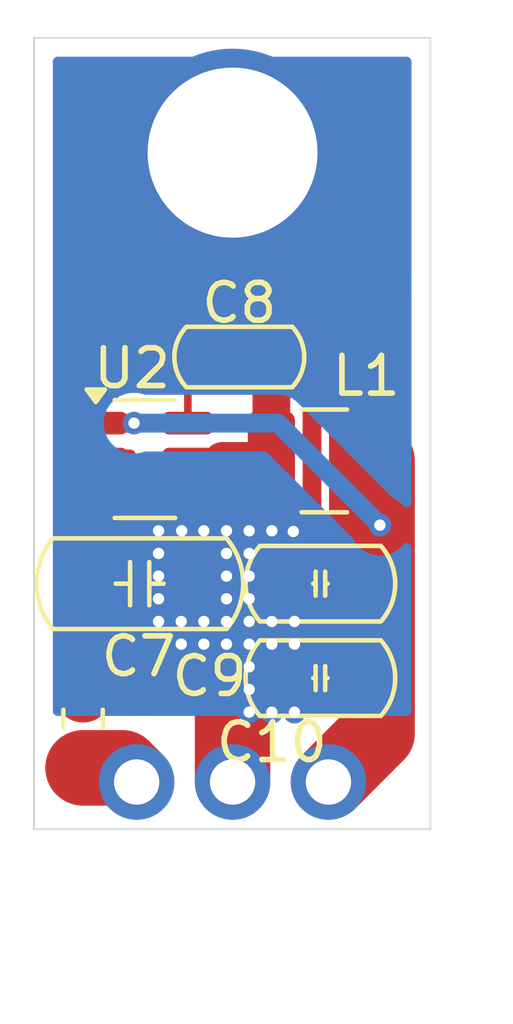
<source format=kicad_pcb>
(kicad_pcb (version 20241229) (generator "pcbnew") (generator_version "9.0")
  (layers (0 "F.Cu" signal) (2 "B.Cu" signal) (13 "F.Paste" user) (15 "B.Paste" user) (5 "F.SilkS" user "F.Silkscreen") (7 "B.SilkS" user "B.Silkscreen") (1 "F.Mask" user) (3 "B.Mask" user) (25 "Edge.Cuts" user))
  (net 0 "")
  (net 1 "/3_3IN")
  (net 2 "GND")
  (net 3 "Net-(U2-BST)")
  (net 4 "/3_3V_cool")
  (net 5 "3_3V")
  (net 6 "VBAT")
  (footprint "PCM_Capacitor_SMD_Handsoldering_AKL:C_0805_2012Metric_Pad1.18x1.45mm" (layer "F.Cu") (at 37.0375 31.75 180)
    (property "Reference" "C10" (at 1.2875 -1.7 0) (layer "F.SilkS"))
    (property "Value" "22uF" (hide yes))
    (fp_line (start 1.6 -1) (end -1.6 -1) (stroke (width 0.12)) (layer "F.SilkS"))
    (fp_line (start 0.127 0.3175) (end 0.127 -0.3175) (stroke (width 0.12)) (layer "F.SilkS"))
    (fp_line (start 0.127 0) (end 0.1905 0) (stroke (width 0.12)) (layer "F.SilkS"))
    (fp_line (start -0.127 0) (end -0.1905 0) (stroke (width 0.12)) (layer "F.SilkS"))
    (fp_line (start -0.127 -0.3175) (end -0.127 0.3175) (stroke (width 0.12)) (layer "F.SilkS"))
    (fp_line (start -1.6 1) (end 1.6 1) (stroke (width 0.12)) (layer "F.SilkS"))
    (fp_arc (start 1.6 -1) (mid 1.980894 0) (end 1.6 1) (stroke (width 0.12)) (layer "F.SilkS"))
    (fp_arc (start -1.6 1) (mid -1.980894 0) (end -1.6 -1) (stroke (width 0.12)) (layer "F.SilkS"))
    (pad "1" smd roundrect (at -1.0375 0 180) (size 1.175 1.45) (layers "F.Cu" "F.Mask" "F.Paste") (roundrect_rratio 0.212766) (net 5 "3_3V"))
    (pad "2" smd roundrect (at 1.0375 0 180) (size 1.175 1.45) (layers "F.Cu" "F.Mask" "F.Paste") (roundrect_rratio 0.212766) (net 2 "GND"))
  )
  (footprint "PCM_Capacitor_SMD_Handsoldering_AKL:C_0805_2012Metric_Pad1.18x1.45mm" (layer "F.Cu") (at 37.0375 29.25 180)
    (property "Reference" "C9" (at 2.9375 -2.45 0) (layer "F.SilkS"))
    (property "Value" "22uF" (hide yes))
    (fp_line (start 1.6 -1) (end -1.6 -1) (stroke (width 0.12)) (layer "F.SilkS"))
    (fp_line (start 0.127 0.3175) (end 0.127 -0.3175) (stroke (width 0.12)) (layer "F.SilkS"))
    (fp_line (start 0.127 0) (end 0.1905 0) (stroke (width 0.12)) (layer "F.SilkS"))
    (fp_line (start -0.127 0) (end -0.1905 0) (stroke (width 0.12)) (layer "F.SilkS"))
    (fp_line (start -0.127 -0.3175) (end -0.127 0.3175) (stroke (width 0.12)) (layer "F.SilkS"))
    (fp_line (start -1.6 1) (end 1.6 1) (stroke (width 0.12)) (layer "F.SilkS"))
    (fp_arc (start 1.6 -1) (mid 1.980894 0) (end 1.6 1) (stroke (width 0.12)) (layer "F.SilkS"))
    (fp_arc (start -1.6 1) (mid -1.980894 0) (end -1.6 -1) (stroke (width 0.12)) (layer "F.SilkS"))
    (pad "1" smd roundrect (at -1.0375 0 180) (size 1.175 1.45) (layers "F.Cu" "F.Mask" "F.Paste") (roundrect_rratio 0.212766) (net 5 "3_3V"))
    (pad "2" smd roundrect (at 1.0375 0 180) (size 1.175 1.45) (layers "F.Cu" "F.Mask" "F.Paste") (roundrect_rratio 0.212766) (net 2 "GND"))
  )
  (footprint "PCM_Capacitor_SMD_Handsoldering_AKL:C_0603_1608Metric_Pad1.08x0.95mm" (layer "F.Cu") (at 34.88881 23.25)
    (property "Reference" "C8" (at 0 -1.43 0) (layer "F.SilkS"))
    (property "Value" "100nf" (hide yes))
    (fp_line (start -1.4 0.800002) (end 1.4 0.800001) (stroke (width 0.12)) (layer "F.SilkS"))
    (fp_line (start 1.4 -0.799999) (end -1.4 -0.8) (stroke (width 0.12)) (layer "F.SilkS"))
    (fp_arc (start -1.4 0.800002) (mid -1.719939 0.000001) (end -1.4 -0.8) (stroke (width 0.12)) (layer "F.SilkS"))
    (fp_arc (start 1.4 -0.800001) (mid 1.719939 0) (end 1.4 0.800001) (stroke (width 0.12)) (layer "F.SilkS"))
    (pad "1" smd roundrect (at -0.8625 0) (size 1.075 0.95) (layers "F.Cu" "F.Mask" "F.Paste") (net 3 "Net-(U2-BST)"))
    (pad "2" smd roundrect (at 0.8625 0) (size 1.075 0.95) (layers "F.Cu" "F.Mask" "F.Paste") (net 4 "/3_3V_cool"))
  )
  (footprint "PCM_Capacitor_SMD_Handsoldering_AKL:C_1206_3216Metric_Pad1.33x1.80mm" (layer "F.Cu") (at 32.25 29.25)
    (property "Reference" "C7" (at -0.025 1.925 0) (layer "F.SilkS"))
    (property "Value" "10uF" (hide yes))
    (fp_line (start -2.3 1.2) (end 2.3 1.2) (stroke (width 0.12)) (layer "F.SilkS"))
    (fp_line (start -0.254 -0.5715) (end -0.254 0.5715) (stroke (width 0.12)) (layer "F.SilkS"))
    (fp_line (start -0.254 0) (end -0.635 0) (stroke (width 0.12)) (layer "F.SilkS"))
    (fp_line (start 0.254 -0.5715) (end 0.254 0.5715) (stroke (width 0.12)) (layer "F.SilkS"))
    (fp_line (start 0.254 0) (end 0.635 0) (stroke (width 0.12)) (layer "F.SilkS"))
    (fp_line (start 2.3 -1.2) (end -2.3 -1.2) (stroke (width 0.12)) (layer "F.SilkS"))
    (fp_arc (start -2.3 1.2) (mid -2.726625 0) (end -2.3 -1.2) (stroke (width 0.12)) (layer "F.SilkS"))
    (fp_arc (start 2.3 -1.2) (mid 2.741962 0) (end 2.3 1.2) (stroke (width 0.12)) (layer "F.SilkS"))
    (pad "1" smd roundrect (at -1.5625 0) (size 1.325 1.8) (layers "F.Cu" "F.Mask" "F.Paste") (roundrect_rratio 0.188679) (net 1 "/3_3IN"))
    (pad "2" smd roundrect (at 1.5625 0) (size 1.325 1.8) (layers "F.Cu" "F.Mask" "F.Paste") (roundrect_rratio 0.188679) (net 2 "GND"))
  )
  (footprint "Package_TO_SOT_SMD:TSOT-23-6" (layer "F.Cu") (at 32.3875 25.95)
    (property "Reference" "U2" (at -0.3375 -2.4 0) (layer "F.SilkS"))
    (property "Value" "AP63203")
    (fp_line (start 0 -1.56) (end -0.8 -1.56) (stroke (width 0.12)) (layer "F.SilkS"))
    (fp_line (start 0 -1.56) (end 0.8 -1.56) (stroke (width 0.12)) (layer "F.SilkS"))
    (fp_line (start 0 1.56) (end -0.8 1.56) (stroke (width 0.12)) (layer "F.SilkS"))
    (fp_line (start 0 1.56) (end 0.8 1.56) (stroke (width 0.12)) (layer "F.SilkS"))
    (fp_poly (pts (xy -1.3 -1.51) (xy -1.54 -1.84) (xy -1.06 -1.84) (xy -1.3 -1.51)) (stroke (width 0.12)) (fill yes) (layer "F.SilkS"))
    (pad "1" smd roundrect (at -1.1375 -0.95) (size 1.325 0.6) (layers "F.Cu" "F.Mask" "F.Paste") (net 5 "3_3V"))
    (pad "2" smd roundrect (at -1.1375 0) (size 1.325 0.6) (layers "F.Cu" "F.Mask" "F.Paste") (net 1 "/3_3IN"))
    (pad "3" smd roundrect (at -1.1375 0.95) (size 1.325 0.6) (layers "F.Cu" "F.Mask" "F.Paste") (net 1 "/3_3IN"))
    (pad "4" smd roundrect (at 1.1375 0.95) (size 1.325 0.6) (layers "F.Cu" "F.Mask" "F.Paste") (net 2 "GND"))
    (pad "5" smd roundrect (at 1.1375 0) (size 1.325 0.6) (layers "F.Cu" "F.Mask" "F.Paste") (net 4 "/3_3V_cool"))
    (pad "6" smd roundrect (at 1.1375 -0.95) (size 1.325 0.6) (layers "F.Cu" "F.Mask" "F.Paste") (net 3 "Net-(U2-BST)"))
  )
  (footprint "Inductor_SMD:L_1210_3225Metric" (layer "F.Cu") (at 37.13881 26)
    (property "Reference" "L1" (at 1.11119 -2.25 0) (layer "F.SilkS"))
    (property "Value" "4.7uH")
    (fp_line (start 0.602064 -1.36) (end -0.602064 -1.36) (stroke (width 0.12)) (layer "F.SilkS"))
    (fp_line (start 0.602064 1.36) (end -0.602064 1.36) (stroke (width 0.12)) (layer "F.SilkS"))
    (pad "1" smd roundrect (at -1.4 0) (size 1.25 2.65) (layers "F.Cu" "F.Mask" "F.Paste") (roundrect_rratio 0.2) (net 4 "/3_3V_cool"))
    (pad "2" smd roundrect (at 1.4 0) (size 1.25 2.65) (layers "F.Cu" "F.Mask" "F.Paste") (roundrect_rratio 0.2) (net 5 "3_3V"))
  )
  (footprint "Resistor_SMD:R_0603_1608Metric" (layer "F.Cu") (at 30.75 32.825 90)
    (property "Reference" "R10" (hide yes))
    (property "Value" "2.2Ohm (90mW loss)")
    (fp_line (start -0.237258 -0.5225) (end 0.237258 -0.5225) (stroke (width 0.12)) (layer "F.SilkS"))
    (fp_line (start -0.237258 0.5225) (end 0.237258 0.5225) (stroke (width 0.12)) (layer "F.SilkS"))
    (pad "1" smd roundrect (at -0.825 0 90) (size 0.8 0.95) (layers "F.Cu" "F.Mask" "F.Paste") (net 6 "VBAT"))
    (pad "2" smd roundrect (at 0.825 0 90) (size 0.8 0.95) (layers "F.Cu" "F.Mask" "F.Paste") (net 1 "/3_3IN"))
  )
  (gr_line (start 39.95 14.8) (end 29.45 14.8) (stroke (width 0.05)) (layer "Edge.Cuts"))
  (gr_line (start 29.45 14.8) (end 29.45 35.75) (stroke (width 0.05)) (layer "Edge.Cuts"))
  (gr_line (start 29.45 35.75) (end 39.95 35.75) (stroke (width 0.05)) (layer "Edge.Cuts"))
  (gr_line (start 39.95 35.75) (end 39.95 14.8) (stroke (width 0.05)) (layer "Edge.Cuts"))
  (segment (start 30.66381 29.25) (end 30.66381 27.5375) (width 1) (layer "F.Cu") (net 1))
  (segment (start 30.75 32.175) (end 30.75 29.475) (width 1.5) (layer "F.Cu") (net 1))
  (segment (start 31.25131 26.95) (end 31.25131 26.2) (width 1) (layer "F.Cu") (net 1))
  (segment (start 30.66381 27.5375) (end 31.25131 26.95) (width 1) (layer "F.Cu") (net 1))
  (segment (start 34.71 34.5) (end 34.71 29.29) (width 2) (layer "F.Cu") (net 2))
  (segment (start 36 31.75) (end 36 29.25) (width 1) (layer "F.Cu") (net 2))
  (segment (start 34.71 17.84) (end 36.81481 19.94481) (width 0.5) (layer "F.Cu") (net 2))
  (segment (start 33.61381 27.85) (end 33.61381 27.0375) (width 1) (layer "F.Cu") (net 2))
  (segment (start 36.81481 27.372292) (end 36.318551 27.868551) (width 0.5) (layer "F.Cu") (net 2))
  (segment (start 35.66381 29.25) (end 34.75 29.25) (width 1) (layer "F.Cu") (net 2))
  (segment (start 34.75 29.25) (end 33.61381 29.25) (width 1) (layer "F.Cu") (net 2))
  (segment (start 34.937102 29.25) (end 34.75 29.25) (width 0.5) (layer "F.Cu") (net 2))
  (segment (start 34.71 29.29) (end 34.75 29.25) (width 2) (layer "F.Cu") (net 2))
  (segment (start 33.61381 29.25) (end 33.61381 27.85) (width 1) (layer "F.Cu") (net 2))
  (segment (start 36.318551 27.868551) (end 34.937102 29.25) (width 0.5) (layer "F.Cu") (net 2))
  (segment (start 36.81481 19.94481) (end 36.81481 27.372292) (width 0.5) (layer "F.Cu") (net 2))
  (via (at 32.75 28.45) (size 0.6) (drill 0.3) (layers "F.Cu" "B.Cu") (net 2))
  (via (at 35.75 32.65) (size 0.6) (drill 0.3) (layers "F.Cu" "B.Cu") (net 2))
  (via (at 34.55 27.85) (size 0.6) (drill 0.3) (layers "F.Cu" "B.Cu") (net 2))
  (via (at 34.55 30.85) (size 0.6) (drill 0.3) (layers "F.Cu" "B.Cu") (net 2))
  (via (at 32.75 29.05) (size 0.6) (drill 0.3) (layers "F.Cu" "B.Cu") (net 2))
  (via (at 34.71 34.5) (size 2) (drill 1.2) (layers "F.Cu" "B.Cu") (net 2))
  (via (at 35.15 32.65) (size 0.6) (drill 0.3) (layers "F.Cu" "B.Cu") (net 2))
  (via (at 33.95 27.85) (size 0.6) (drill 0.3) (layers "F.Cu" "B.Cu") (net 2))
  (via (at 33.95 30.25) (size 0.6) (drill 0.3) (layers "F.Cu" "B.Cu") (net 2))
  (via (at 35.75 30.25) (size 0.6) (drill 0.3) (layers "F.Cu" "B.Cu") (net 2))
  (via (at 34.55 29.05) (size 0.6) (drill 0.3) (layers "F.Cu" "B.Cu") (net 2))
  (via (at 34.55 30.25) (size 0.6) (drill 0.3) (layers "F.Cu" "B.Cu") (net 2))
  (via (at 33.35 30.85) (size 0.6) (drill 0.3) (layers "F.Cu" "B.Cu") (net 2))
  (via (at 35.15 30.85) (size 0.6) (drill 0.3) (layers "F.Cu" "B.Cu") (net 2))
  (via (at 35.15 31.45) (size 0.6) (drill 0.3) (layers "F.Cu" "B.Cu") (net 2))
  (via (at 35.75 27.85) (size 0.6) (drill 0.3) (layers "F.Cu" "B.Cu") (net 2))
  (via (at 35.15 27.85) (size 0.6) (drill 0.3) (layers "F.Cu" "B.Cu") (net 2))
  (via (at 34.71 17.84) (size 5.5) (drill 4.5) (layers "F.Cu" "B.Cu") (net 2))
  (via (at 36.318551 27.868551) (size 0.6) (drill 0.3) (layers "F.Cu" "B.Cu") (net 2))
  (via (at 32.75 27.85) (size 0.6) (drill 0.3) (layers "F.Cu" "B.Cu") (net 2))
  (via (at 35.15 28.45) (size 0.6) (drill 0.3) (layers "F.Cu" "B.Cu") (net 2))
  (via (at 34.55 28.45) (size 0.6) (drill 0.3) (layers "F.Cu" "B.Cu") (net 2))
  (via (at 32.75 30.25) (size 0.6) (drill 0.3) (layers "F.Cu" "B.Cu") (net 2))
  (via (at 35.15 30.25) (size 0.6) (drill 0.3) (layers "F.Cu" "B.Cu") (net 2))
  (via (at 35.75 30.85) (size 0.6) (drill 0.3) (layers "F.Cu" "B.Cu") (net 2))
  (via (at 33.95 30.85) (size 0.6) (drill 0.3) (layers "F.Cu" "B.Cu") (net 2))
  (via (at 34.55 29.65) (size 0.6) (drill 0.3) (layers "F.Cu" "B.Cu") (net 2))
  (via (at 36.35 30.25) (size 0.6) (drill 0.3) (layers "F.Cu" "B.Cu") (net 2))
  (via (at 33.36381 27.85) (size 0.6) (drill 0.3) (layers "F.Cu" "B.Cu") (net 2))
  (via (at 35.15 32.05) (size 0.6) (drill 0.3) (layers "F.Cu" "B.Cu") (net 2))
  (via (at 32.75 29.65) (size 0.6) (drill 0.3) (layers "F.Cu" "B.Cu") (net 2))
  (via (at 36.35 30.85) (size 0.6) (drill 0.3) (layers "F.Cu" "B.Cu") (net 2))
  (via (at 35.15 29.05) (size 0.6) (drill 0.3) (layers "F.Cu" "B.Cu") (net 2))
  (via (at 33.35 30.25) (size 0.6) (drill 0.3) (layers "F.Cu" "B.Cu") (net 2))
  (via (at 36.35 32.65) (size 0.6) (drill 0.3) (layers "F.Cu" "B.Cu") (net 2))
  (via (at 35.15 29.65) (size 0.6) (drill 0.3) (layers "F.Cu" "B.Cu") (net 2))
  (segment (start 33.52631 23.8375) (end 34.11381 23.25) (width 0.2) (layer "F.Cu") (net 3))
  (segment (start 33.52631 25.05) (end 33.52631 23.8375) (width 0.2) (layer "F.Cu") (net 3))
  (segment (start 35.73881 26) (end 35.73881 23.325) (width 1) (layer "F.Cu") (net 4))
  (segment (start 35.73881 26) (end 34.440892 26) (width 1) (layer "F.Cu") (net 4))
  (segment (start 31.25 25) (end 32.1 25) (width 0.5) (layer "F.Cu") (net 5))
  (segment (start 38.61381 29.25) (end 38.61381 27.7) (width 1) (layer "F.Cu") (net 5))
  (segment (start 38.61381 31.75) (end 38.61381 29.25) (width 1) (layer "F.Cu") (net 5))
  (segment (start 38.61381 27.7) (end 38.61381 26.075) (width 1) (layer "F.Cu") (net 5))
  (segment (start 38.53881 33.21119) (end 37.25 34.5) (width 2) (layer "F.Cu") (net 5))
  (segment (start 38.53881 26) (end 38.53881 33.21119) (width 2) (layer "F.Cu") (net 5))
  (via (at 37.25 34.5) (size 2) (drill 1.2) (layers "F.Cu" "B.Cu") (net 5))
  (via (at 38.61381 27.7) (size 0.6) (drill 0.3) (layers "F.Cu" "B.Cu") (net 5))
  (via (at 32.1 25) (size 0.6) (drill 0.3) (layers "F.Cu" "B.Cu") (net 5))
  (segment (start 35.91381 25) (end 38.61381 27.7) (width 0.5) (layer "B.Cu") (net 5))
  (segment (start 32.1 25) (end 35.91381 25) (width 0.5) (layer "B.Cu") (net 5))
  (segment (start 31.796 34.126) (end 30.75 34.126) (width 2) (layer "F.Cu") (net 6))
  (segment (start 32.17 34.5) (end 31.796 34.126) (width 2) (layer "F.Cu") (net 6))
  (via (at 32.17 34.5) (size 2) (drill 1.2) (layers "F.Cu" "B.Cu") (net 6))
  (zone (net 1) (net_name "/3_3IN") (layer "F.Cu") (priority 1) (connect_pads yes (clearance 0)) (min_thickness 0.25) (fill yes (thermal_gap 0.5) (thermal_bridge_width 0.5))
    (polygon (pts (xy 32.13881 25.7) (xy 29.63881 25.7) (xy 29.63881 32.75) (xy 32.13881 32.75)))
  )
  (zone (net 2) (net_name "GND") (layer "F.Cu") (priority 1) (connect_pads yes (clearance 0.1)) (min_thickness 0.25) (fill yes (thermal_gap 0.5) (thermal_bridge_width 0.5))
    (polygon (pts (xy 36.63881 27.55) (xy 32.43881 27.55) (xy 32.43881 32.75) (xy 36.63881 32.75)))
  )
  (zone (net 5) (net_name "3_3V") (layer "F.Cu") (priority 1) (connect_pads yes (clearance 0.1)) (min_thickness 0.25) (fill yes (thermal_gap 0.5) (thermal_bridge_width 0.5))
    (polygon (pts (xy 40.38881 21.45) (xy 37.13881 21.45) (xy 37.13881 32.75) (xy 40.38881 32.75)))
  )
  (zone (net 2) (net_name "GND") (layer "F.Cu") (priority 1) (connect_pads yes (clearance 0.1)) (min_thickness 0.25) (fill yes (thermal_gap 0.5) (thermal_bridge_width 0.5))
    (polygon (pts (xy 40.440021 14.425) (xy 29.275 14.425) (xy 29.3 21.125) (xy 40.407689 21.15)))
  )
  (zone (net 2) (net_name "GND") (layer "B.Cu") (connect_pads (clearance 0.5)) (min_thickness 0.25) (fill yes (thermal_gap 0.5) (thermal_bridge_width 0.5))
    (polygon (pts (xy 28.55 13.9) (xy 41.45 13.8) (xy 42.15 32.75) (xy 29.2 32.75)))
  )
)
</source>
